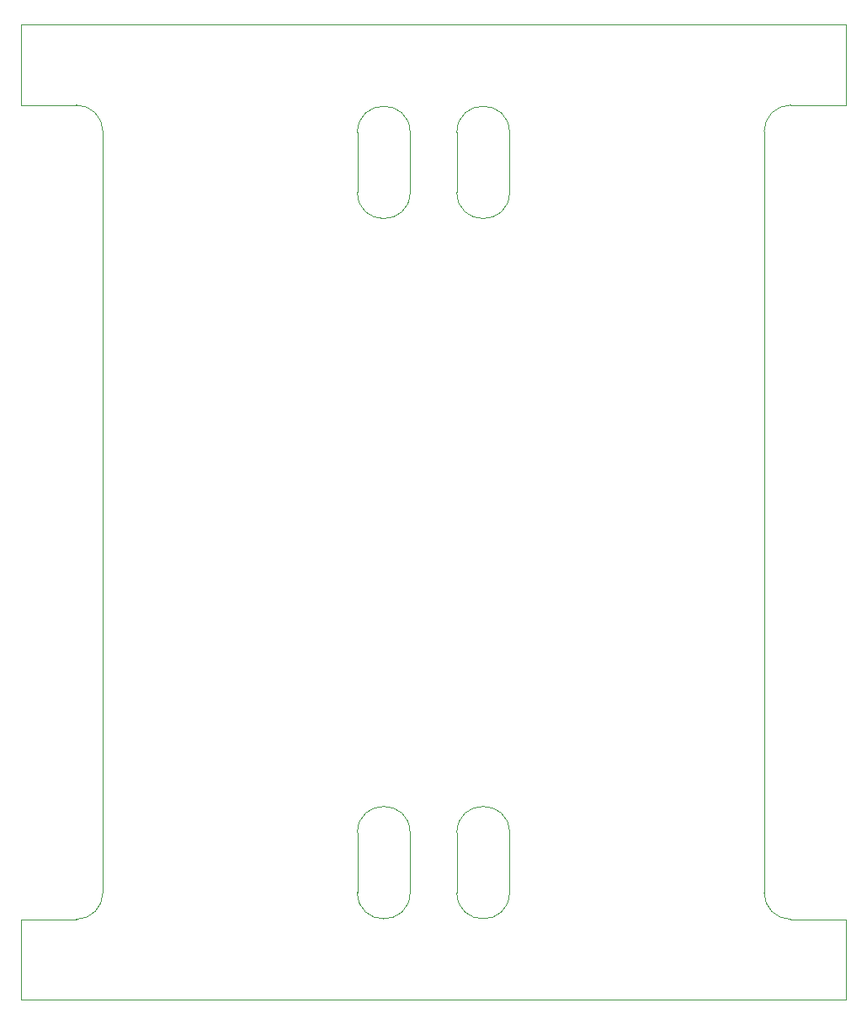
<source format=gbr>
%TF.GenerationSoftware,KiCad,Pcbnew,(6.0.11)*%
%TF.CreationDate,2023-03-22T15:14:07-07:00*%
%TF.ProjectId,solar-panel-NoCutout,736f6c61-722d-4706-916e-656c2d4e6f43,3.0*%
%TF.SameCoordinates,Original*%
%TF.FileFunction,Profile,NP*%
%FSLAX46Y46*%
G04 Gerber Fmt 4.6, Leading zero omitted, Abs format (unit mm)*
G04 Created by KiCad (PCBNEW (6.0.11)) date 2023-03-22 15:14:07*
%MOMM*%
%LPD*%
G01*
G04 APERTURE LIST*
%TA.AperFunction,Profile*%
%ADD10C,0.050000*%
%TD*%
G04 APERTURE END LIST*
D10*
X136850000Y-153000000D02*
X136850000Y-147000000D01*
X142150000Y-153000000D02*
X142150000Y-147000000D01*
X146850000Y-147000000D02*
X146850000Y-153000000D01*
X152150000Y-153000000D02*
X152150000Y-147000000D01*
X142150000Y-76600000D02*
X142150000Y-82600000D01*
X136850000Y-76600000D02*
X136850000Y-82600000D01*
X146850000Y-76600000D02*
X146850000Y-82600000D01*
X152150000Y-76600000D02*
X152150000Y-82600000D01*
X186000000Y-65750000D02*
X103000000Y-65750000D01*
X108580000Y-73830000D02*
X103000000Y-73830000D01*
X111240038Y-76480000D02*
G75*
G03*
X108580000Y-73830000I-2645038J5000D01*
G01*
X103000000Y-65750000D02*
X103000000Y-73830000D01*
X103000000Y-155690000D02*
X103000000Y-163750000D01*
X136850000Y-82600000D02*
G75*
G03*
X142150000Y-82600000I2650000J0D01*
G01*
X186000000Y-73830000D02*
X180420000Y-73830000D01*
X177760000Y-76480000D02*
X177760000Y-114600000D01*
X152150000Y-76600000D02*
G75*
G03*
X146850000Y-76600000I-2650000J0D01*
G01*
X186000000Y-73830000D02*
X186000000Y-65750000D01*
X142150000Y-76600000D02*
G75*
G03*
X136850000Y-76600000I-2650000J0D01*
G01*
X111240000Y-153040000D02*
X111240000Y-114600000D01*
X103000000Y-163750000D02*
X186000000Y-163750000D01*
X177760000Y-114600000D02*
X177760000Y-153040000D01*
X142150000Y-147000000D02*
G75*
G03*
X136850000Y-147000000I-2650000J0D01*
G01*
X186000000Y-163750000D02*
X186000000Y-155690000D01*
X136850000Y-153000000D02*
G75*
G03*
X142150000Y-153000000I2650000J0D01*
G01*
X180420000Y-73829938D02*
G75*
G03*
X177760000Y-76480000I-15000J-2644962D01*
G01*
X111240000Y-114600000D02*
X111240000Y-76480000D01*
X152150000Y-147000000D02*
G75*
G03*
X146850000Y-147000000I-2650000J0D01*
G01*
X108580000Y-155690063D02*
G75*
G03*
X111240000Y-153040000I14900J2645063D01*
G01*
X146850000Y-153000000D02*
G75*
G03*
X152150000Y-153000000I2650000J0D01*
G01*
X177760063Y-153040000D02*
G75*
G03*
X180420000Y-155690000I2645037J-5000D01*
G01*
X103000000Y-155690000D02*
X108580000Y-155690000D01*
X146850000Y-82600000D02*
G75*
G03*
X152150000Y-82600000I2650000J0D01*
G01*
X180420000Y-155690000D02*
X186000000Y-155690000D01*
M02*

</source>
